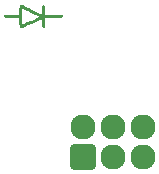
<source format=gbr>
G04 #@! TF.GenerationSoftware,KiCad,Pcbnew,(6.0.1)*
G04 #@! TF.CreationDate,2022-06-04T21:41:08-05:00*
G04 #@! TF.ProjectId,Bsides-KC-2021-SAO-BP,42736964-6573-42d4-9b43-2d323032312d,rev?*
G04 #@! TF.SameCoordinates,Original*
G04 #@! TF.FileFunction,Soldermask,Top*
G04 #@! TF.FilePolarity,Negative*
%FSLAX46Y46*%
G04 Gerber Fmt 4.6, Leading zero omitted, Abs format (unit mm)*
G04 Created by KiCad (PCBNEW (6.0.1)) date 2022-06-04 21:41:08*
%MOMM*%
%LPD*%
G01*
G04 APERTURE LIST*
G04 Aperture macros list*
%AMRoundRect*
0 Rectangle with rounded corners*
0 $1 Rounding radius*
0 $2 $3 $4 $5 $6 $7 $8 $9 X,Y pos of 4 corners*
0 Add a 4 corners polygon primitive as box body*
4,1,4,$2,$3,$4,$5,$6,$7,$8,$9,$2,$3,0*
0 Add four circle primitives for the rounded corners*
1,1,$1+$1,$2,$3*
1,1,$1+$1,$4,$5*
1,1,$1+$1,$6,$7*
1,1,$1+$1,$8,$9*
0 Add four rect primitives between the rounded corners*
20,1,$1+$1,$2,$3,$4,$5,0*
20,1,$1+$1,$4,$5,$6,$7,0*
20,1,$1+$1,$6,$7,$8,$9,0*
20,1,$1+$1,$8,$9,$2,$3,0*%
G04 Aperture macros list end*
%ADD10O,2.127200X2.127200*%
%ADD11RoundRect,0.200000X-0.863600X0.863600X-0.863600X-0.863600X0.863600X-0.863600X0.863600X0.863600X0*%
%ADD12C,2.127200*%
G04 APERTURE END LIST*
G04 #@! TO.C,G\u002A\u002A\u002A*
G36*
X146110181Y-121194622D02*
G01*
X146110181Y-120742128D01*
X145446523Y-120742128D01*
X145156081Y-120740739D01*
X144965434Y-120734045D01*
X144853725Y-120718253D01*
X144800094Y-120689570D01*
X144783682Y-120644204D01*
X144782866Y-120621463D01*
X144790503Y-120568655D01*
X144827320Y-120533992D01*
X144914177Y-120513681D01*
X145071932Y-120503930D01*
X145321445Y-120500946D01*
X145446523Y-120500797D01*
X146110181Y-120500797D01*
X146110181Y-120048303D01*
X146117795Y-119816735D01*
X146138560Y-119658278D01*
X146169364Y-119595987D01*
X146171268Y-119595809D01*
X146243168Y-119621655D01*
X146403452Y-119693196D01*
X146632944Y-119801434D01*
X146912468Y-119937375D01*
X147136589Y-120048681D01*
X148040823Y-120501553D01*
X148040823Y-120078847D01*
X148044073Y-119856782D01*
X148058730Y-119729523D01*
X148092157Y-119671280D01*
X148151717Y-119656264D01*
X148161488Y-119656142D01*
X148224901Y-119667536D01*
X148261230Y-119718919D01*
X148277845Y-119836091D01*
X148282119Y-120044853D01*
X148282153Y-120078470D01*
X148282153Y-120500797D01*
X149036310Y-120500797D01*
X149349286Y-120501896D01*
X149561204Y-120507284D01*
X149691667Y-120520097D01*
X149760275Y-120543472D01*
X149786631Y-120580544D01*
X149790466Y-120621463D01*
X149783598Y-120671539D01*
X149749924Y-120705446D01*
X149669842Y-120726320D01*
X149523752Y-120737297D01*
X149292052Y-120741514D01*
X149036310Y-120742128D01*
X148282153Y-120742128D01*
X148282153Y-121194622D01*
X148279193Y-121426224D01*
X148265979Y-121562136D01*
X148236014Y-121627270D01*
X148182799Y-121646543D01*
X148164131Y-121647116D01*
X148100965Y-121633491D01*
X148062802Y-121575535D01*
X148041306Y-121447628D01*
X148028383Y-121229904D01*
X148010656Y-120812693D01*
X147141999Y-121229904D01*
X146841199Y-121372022D01*
X146575042Y-121493353D01*
X146363973Y-121584921D01*
X146228440Y-121637749D01*
X146191762Y-121647116D01*
X146147488Y-121614401D01*
X146121632Y-121504236D01*
X146113221Y-121342407D01*
X146351512Y-121342407D01*
X146788923Y-121142345D01*
X147047991Y-121021718D01*
X147309830Y-120896356D01*
X147518532Y-120793034D01*
X147521650Y-120791442D01*
X147816968Y-120640600D01*
X147106988Y-120299202D01*
X146841057Y-120172118D01*
X146616899Y-120066493D01*
X146455488Y-119992099D01*
X146377795Y-119958708D01*
X146374260Y-119957805D01*
X146365294Y-120014162D01*
X146357994Y-120167336D01*
X146353141Y-120393485D01*
X146351512Y-120650106D01*
X146351512Y-121342407D01*
X146113221Y-121342407D01*
X146110943Y-121298589D01*
X146110181Y-121194622D01*
G37*
G04 #@! TD*
D10*
G04 #@! TO.C,X1*
X151482100Y-130017200D03*
D11*
X151482100Y-132557200D03*
D10*
X154022100Y-130017200D03*
X154022100Y-132557200D03*
D12*
X156562100Y-130017200D03*
X156562100Y-132557200D03*
G04 #@! TD*
M02*

</source>
